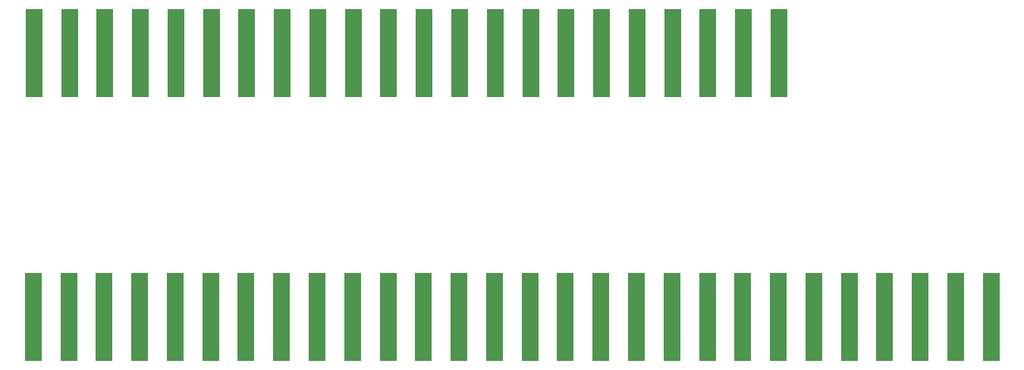
<source format=gts>
G04 #@! TF.GenerationSoftware,KiCad,Pcbnew,(6.0.6-0)*
G04 #@! TF.CreationDate,2022-08-17T04:52:14+09:00*
G04 #@! TF.ProjectId,PENGO2JAMMA,50454e47-4f32-44a4-914d-4d412e6b6963,rev?*
G04 #@! TF.SameCoordinates,Original*
G04 #@! TF.FileFunction,Soldermask,Top*
G04 #@! TF.FilePolarity,Negative*
%FSLAX46Y46*%
G04 Gerber Fmt 4.6, Leading zero omitted, Abs format (unit mm)*
G04 Created by KiCad (PCBNEW (6.0.6-0)) date 2022-08-17 04:52:14*
%MOMM*%
%LPD*%
G01*
G04 APERTURE LIST*
%ADD10R,1.980000X9.900000*%
G04 APERTURE END LIST*
D10*
X88520000Y-116840000D03*
X92480000Y-116840000D03*
X96440000Y-116840000D03*
X100400000Y-116840000D03*
X104360000Y-116840000D03*
X108320000Y-116840000D03*
X112280000Y-116840000D03*
X116240000Y-116840000D03*
X120200000Y-116840000D03*
X124160000Y-116840000D03*
X128120000Y-116840000D03*
X132080000Y-116840000D03*
X136040000Y-116840000D03*
X140000000Y-116840000D03*
X143960000Y-116840000D03*
X147920000Y-116840000D03*
X151880000Y-116840000D03*
X155840000Y-116840000D03*
X159800000Y-116840000D03*
X163760000Y-116840000D03*
X167720000Y-116840000D03*
X171680000Y-116840000D03*
X175640000Y-116840000D03*
X179600000Y-116840000D03*
X183560000Y-116840000D03*
X187520000Y-116840000D03*
X191480000Y-116840000D03*
X195440000Y-116840000D03*
X88595000Y-87376000D03*
X92555000Y-87376000D03*
X96515000Y-87376000D03*
X100475000Y-87376000D03*
X104435000Y-87376000D03*
X108395000Y-87376000D03*
X112355000Y-87376000D03*
X116315000Y-87376000D03*
X120275000Y-87376000D03*
X124235000Y-87376000D03*
X128195000Y-87376000D03*
X132155000Y-87376000D03*
X136115000Y-87376000D03*
X140075000Y-87376000D03*
X144035000Y-87376000D03*
X147995000Y-87376000D03*
X151955000Y-87376000D03*
X155915000Y-87376000D03*
X159875000Y-87376000D03*
X163835000Y-87376000D03*
X167795000Y-87376000D03*
X171755000Y-87376000D03*
M02*

</source>
